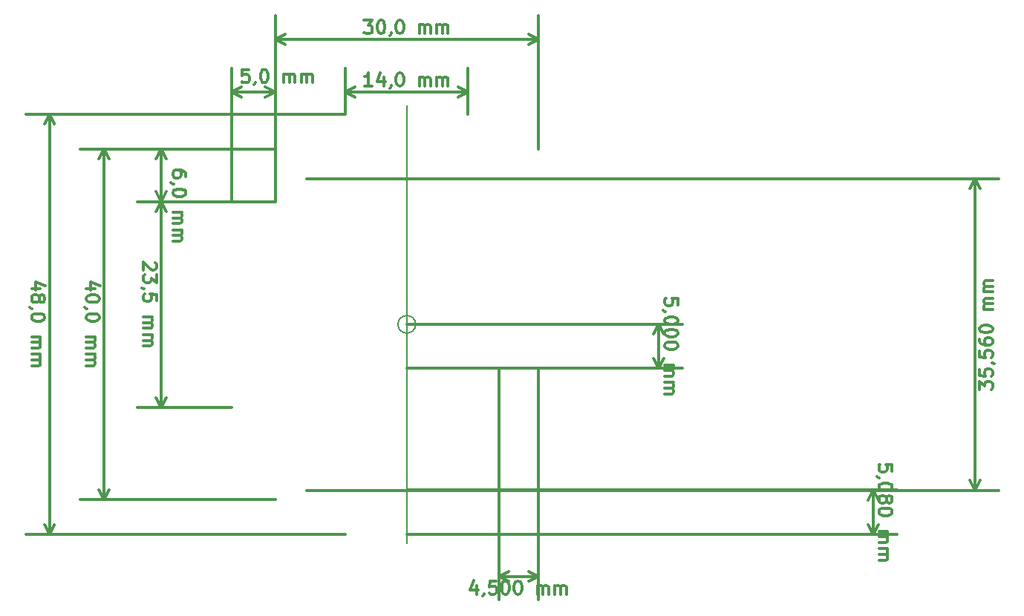
<source format=gbr>
G04 #@! TF.GenerationSoftware,KiCad,Pcbnew,5.0.0-fee4fd1~66~ubuntu16.04.1*
G04 #@! TF.CreationDate,2018-09-24T17:33:27+02:00*
G04 #@! TF.ProjectId,bus-module_atmega324,6275732D6D6F64756C655F61746D6567,B*
G04 #@! TF.SameCoordinates,Original*
G04 #@! TF.FileFunction,Other,Comment*
%FSLAX46Y46*%
G04 Gerber Fmt 4.6, Leading zero omitted, Abs format (unit mm)*
G04 Created by KiCad (PCBNEW 5.0.0-fee4fd1~66~ubuntu16.04.1) date Mon Sep 24 17:33:27 2018*
%MOMM*%
%LPD*%
G01*
G04 APERTURE LIST*
%ADD10C,0.300000*%
%ADD11C,0.200000*%
G04 APERTURE END LIST*
D10*
X155333428Y-116748514D02*
X155333428Y-116034228D01*
X154619142Y-115962800D01*
X154690571Y-116034228D01*
X154762000Y-116177085D01*
X154762000Y-116534228D01*
X154690571Y-116677085D01*
X154619142Y-116748514D01*
X154476285Y-116819942D01*
X154119142Y-116819942D01*
X153976285Y-116748514D01*
X153904857Y-116677085D01*
X153833428Y-116534228D01*
X153833428Y-116177085D01*
X153904857Y-116034228D01*
X153976285Y-115962800D01*
X153904857Y-117534228D02*
X153833428Y-117534228D01*
X153690571Y-117462800D01*
X153619142Y-117391371D01*
X155333428Y-118462800D02*
X155333428Y-118605657D01*
X155262000Y-118748514D01*
X155190571Y-118819942D01*
X155047714Y-118891371D01*
X154762000Y-118962800D01*
X154404857Y-118962800D01*
X154119142Y-118891371D01*
X153976285Y-118819942D01*
X153904857Y-118748514D01*
X153833428Y-118605657D01*
X153833428Y-118462800D01*
X153904857Y-118319942D01*
X153976285Y-118248514D01*
X154119142Y-118177085D01*
X154404857Y-118105657D01*
X154762000Y-118105657D01*
X155047714Y-118177085D01*
X155190571Y-118248514D01*
X155262000Y-118319942D01*
X155333428Y-118462800D01*
X154690571Y-119819942D02*
X154762000Y-119677085D01*
X154833428Y-119605657D01*
X154976285Y-119534228D01*
X155047714Y-119534228D01*
X155190571Y-119605657D01*
X155262000Y-119677085D01*
X155333428Y-119819942D01*
X155333428Y-120105657D01*
X155262000Y-120248514D01*
X155190571Y-120319942D01*
X155047714Y-120391371D01*
X154976285Y-120391371D01*
X154833428Y-120319942D01*
X154762000Y-120248514D01*
X154690571Y-120105657D01*
X154690571Y-119819942D01*
X154619142Y-119677085D01*
X154547714Y-119605657D01*
X154404857Y-119534228D01*
X154119142Y-119534228D01*
X153976285Y-119605657D01*
X153904857Y-119677085D01*
X153833428Y-119819942D01*
X153833428Y-120105657D01*
X153904857Y-120248514D01*
X153976285Y-120319942D01*
X154119142Y-120391371D01*
X154404857Y-120391371D01*
X154547714Y-120319942D01*
X154619142Y-120248514D01*
X154690571Y-120105657D01*
X155333428Y-121319942D02*
X155333428Y-121462800D01*
X155262000Y-121605657D01*
X155190571Y-121677085D01*
X155047714Y-121748514D01*
X154762000Y-121819942D01*
X154404857Y-121819942D01*
X154119142Y-121748514D01*
X153976285Y-121677085D01*
X153904857Y-121605657D01*
X153833428Y-121462800D01*
X153833428Y-121319942D01*
X153904857Y-121177085D01*
X153976285Y-121105657D01*
X154119142Y-121034228D01*
X154404857Y-120962800D01*
X154762000Y-120962800D01*
X155047714Y-121034228D01*
X155190571Y-121105657D01*
X155262000Y-121177085D01*
X155333428Y-121319942D01*
X153833428Y-123605657D02*
X154833428Y-123605657D01*
X154690571Y-123605657D02*
X154762000Y-123677085D01*
X154833428Y-123819942D01*
X154833428Y-124034228D01*
X154762000Y-124177085D01*
X154619142Y-124248514D01*
X153833428Y-124248514D01*
X154619142Y-124248514D02*
X154762000Y-124319942D01*
X154833428Y-124462800D01*
X154833428Y-124677085D01*
X154762000Y-124819942D01*
X154619142Y-124891371D01*
X153833428Y-124891371D01*
X153833428Y-125605657D02*
X154833428Y-125605657D01*
X154690571Y-125605657D02*
X154762000Y-125677085D01*
X154833428Y-125819942D01*
X154833428Y-126034228D01*
X154762000Y-126177085D01*
X154619142Y-126248514D01*
X153833428Y-126248514D01*
X154619142Y-126248514D02*
X154762000Y-126319942D01*
X154833428Y-126462800D01*
X154833428Y-126677085D01*
X154762000Y-126819942D01*
X154619142Y-126891371D01*
X153833428Y-126891371D01*
X153162000Y-118922800D02*
X153162000Y-124002800D01*
X99974400Y-118922800D02*
X155862000Y-118922800D01*
X99974400Y-124002800D02*
X155862000Y-124002800D01*
X153162000Y-124002800D02*
X152575579Y-122876296D01*
X153162000Y-124002800D02*
X153748421Y-122876296D01*
X153162000Y-118922800D02*
X152575579Y-120049304D01*
X153162000Y-118922800D02*
X153748421Y-120049304D01*
X165298571Y-107453214D02*
X165298571Y-106524642D01*
X165870000Y-107024642D01*
X165870000Y-106810357D01*
X165941428Y-106667500D01*
X166012857Y-106596071D01*
X166155714Y-106524642D01*
X166512857Y-106524642D01*
X166655714Y-106596071D01*
X166727142Y-106667500D01*
X166798571Y-106810357D01*
X166798571Y-107238928D01*
X166727142Y-107381785D01*
X166655714Y-107453214D01*
X165298571Y-105167500D02*
X165298571Y-105881785D01*
X166012857Y-105953214D01*
X165941428Y-105881785D01*
X165870000Y-105738928D01*
X165870000Y-105381785D01*
X165941428Y-105238928D01*
X166012857Y-105167500D01*
X166155714Y-105096071D01*
X166512857Y-105096071D01*
X166655714Y-105167500D01*
X166727142Y-105238928D01*
X166798571Y-105381785D01*
X166798571Y-105738928D01*
X166727142Y-105881785D01*
X166655714Y-105953214D01*
X166727142Y-104381785D02*
X166798571Y-104381785D01*
X166941428Y-104453214D01*
X167012857Y-104524642D01*
X165298571Y-103024642D02*
X165298571Y-103738928D01*
X166012857Y-103810357D01*
X165941428Y-103738928D01*
X165870000Y-103596071D01*
X165870000Y-103238928D01*
X165941428Y-103096071D01*
X166012857Y-103024642D01*
X166155714Y-102953214D01*
X166512857Y-102953214D01*
X166655714Y-103024642D01*
X166727142Y-103096071D01*
X166798571Y-103238928D01*
X166798571Y-103596071D01*
X166727142Y-103738928D01*
X166655714Y-103810357D01*
X165298571Y-101667500D02*
X165298571Y-101953214D01*
X165370000Y-102096071D01*
X165441428Y-102167500D01*
X165655714Y-102310357D01*
X165941428Y-102381785D01*
X166512857Y-102381785D01*
X166655714Y-102310357D01*
X166727142Y-102238928D01*
X166798571Y-102096071D01*
X166798571Y-101810357D01*
X166727142Y-101667500D01*
X166655714Y-101596071D01*
X166512857Y-101524642D01*
X166155714Y-101524642D01*
X166012857Y-101596071D01*
X165941428Y-101667500D01*
X165870000Y-101810357D01*
X165870000Y-102096071D01*
X165941428Y-102238928D01*
X166012857Y-102310357D01*
X166155714Y-102381785D01*
X165298571Y-100596071D02*
X165298571Y-100453214D01*
X165370000Y-100310357D01*
X165441428Y-100238928D01*
X165584285Y-100167500D01*
X165870000Y-100096071D01*
X166227142Y-100096071D01*
X166512857Y-100167500D01*
X166655714Y-100238928D01*
X166727142Y-100310357D01*
X166798571Y-100453214D01*
X166798571Y-100596071D01*
X166727142Y-100738928D01*
X166655714Y-100810357D01*
X166512857Y-100881785D01*
X166227142Y-100953214D01*
X165870000Y-100953214D01*
X165584285Y-100881785D01*
X165441428Y-100810357D01*
X165370000Y-100738928D01*
X165298571Y-100596071D01*
X166798571Y-98310357D02*
X165798571Y-98310357D01*
X165941428Y-98310357D02*
X165870000Y-98238928D01*
X165798571Y-98096071D01*
X165798571Y-97881785D01*
X165870000Y-97738928D01*
X166012857Y-97667500D01*
X166798571Y-97667500D01*
X166012857Y-97667500D02*
X165870000Y-97596071D01*
X165798571Y-97453214D01*
X165798571Y-97238928D01*
X165870000Y-97096071D01*
X166012857Y-97024642D01*
X166798571Y-97024642D01*
X166798571Y-96310357D02*
X165798571Y-96310357D01*
X165941428Y-96310357D02*
X165870000Y-96238928D01*
X165798571Y-96096071D01*
X165798571Y-95881785D01*
X165870000Y-95738928D01*
X166012857Y-95667500D01*
X166798571Y-95667500D01*
X166012857Y-95667500D02*
X165870000Y-95596071D01*
X165798571Y-95453214D01*
X165798571Y-95238928D01*
X165870000Y-95096071D01*
X166012857Y-95024642D01*
X166798571Y-95024642D01*
X164770000Y-118947500D02*
X164770000Y-83387500D01*
X88570000Y-118947500D02*
X167470000Y-118947500D01*
X88570000Y-83387500D02*
X167470000Y-83387500D01*
X164770000Y-83387500D02*
X165356421Y-84514004D01*
X164770000Y-83387500D02*
X164183579Y-84514004D01*
X164770000Y-118947500D02*
X165356421Y-117820996D01*
X164770000Y-118947500D02*
X164183579Y-117820996D01*
X107964285Y-129778571D02*
X107964285Y-130778571D01*
X107607142Y-129207142D02*
X107250000Y-130278571D01*
X108178571Y-130278571D01*
X108821428Y-130707142D02*
X108821428Y-130778571D01*
X108750000Y-130921428D01*
X108678571Y-130992857D01*
X110178571Y-129278571D02*
X109464285Y-129278571D01*
X109392857Y-129992857D01*
X109464285Y-129921428D01*
X109607142Y-129850000D01*
X109964285Y-129850000D01*
X110107142Y-129921428D01*
X110178571Y-129992857D01*
X110250000Y-130135714D01*
X110250000Y-130492857D01*
X110178571Y-130635714D01*
X110107142Y-130707142D01*
X109964285Y-130778571D01*
X109607142Y-130778571D01*
X109464285Y-130707142D01*
X109392857Y-130635714D01*
X111178571Y-129278571D02*
X111321428Y-129278571D01*
X111464285Y-129350000D01*
X111535714Y-129421428D01*
X111607142Y-129564285D01*
X111678571Y-129850000D01*
X111678571Y-130207142D01*
X111607142Y-130492857D01*
X111535714Y-130635714D01*
X111464285Y-130707142D01*
X111321428Y-130778571D01*
X111178571Y-130778571D01*
X111035714Y-130707142D01*
X110964285Y-130635714D01*
X110892857Y-130492857D01*
X110821428Y-130207142D01*
X110821428Y-129850000D01*
X110892857Y-129564285D01*
X110964285Y-129421428D01*
X111035714Y-129350000D01*
X111178571Y-129278571D01*
X112607142Y-129278571D02*
X112750000Y-129278571D01*
X112892857Y-129350000D01*
X112964285Y-129421428D01*
X113035714Y-129564285D01*
X113107142Y-129850000D01*
X113107142Y-130207142D01*
X113035714Y-130492857D01*
X112964285Y-130635714D01*
X112892857Y-130707142D01*
X112750000Y-130778571D01*
X112607142Y-130778571D01*
X112464285Y-130707142D01*
X112392857Y-130635714D01*
X112321428Y-130492857D01*
X112250000Y-130207142D01*
X112250000Y-129850000D01*
X112321428Y-129564285D01*
X112392857Y-129421428D01*
X112464285Y-129350000D01*
X112607142Y-129278571D01*
X114892857Y-130778571D02*
X114892857Y-129778571D01*
X114892857Y-129921428D02*
X114964285Y-129850000D01*
X115107142Y-129778571D01*
X115321428Y-129778571D01*
X115464285Y-129850000D01*
X115535714Y-129992857D01*
X115535714Y-130778571D01*
X115535714Y-129992857D02*
X115607142Y-129850000D01*
X115750000Y-129778571D01*
X115964285Y-129778571D01*
X116107142Y-129850000D01*
X116178571Y-129992857D01*
X116178571Y-130778571D01*
X116892857Y-130778571D02*
X116892857Y-129778571D01*
X116892857Y-129921428D02*
X116964285Y-129850000D01*
X117107142Y-129778571D01*
X117321428Y-129778571D01*
X117464285Y-129850000D01*
X117535714Y-129992857D01*
X117535714Y-130778571D01*
X117535714Y-129992857D02*
X117607142Y-129850000D01*
X117750000Y-129778571D01*
X117964285Y-129778571D01*
X118107142Y-129850000D01*
X118178571Y-129992857D01*
X118178571Y-130778571D01*
X110500000Y-128750000D02*
X115000000Y-128750000D01*
X110500000Y-105000000D02*
X110500000Y-131450000D01*
X115000000Y-105000000D02*
X115000000Y-131450000D01*
X115000000Y-128750000D02*
X113873496Y-129336421D01*
X115000000Y-128750000D02*
X113873496Y-128163579D01*
X110500000Y-128750000D02*
X111626504Y-129336421D01*
X110500000Y-128750000D02*
X111626504Y-128163579D01*
X130921428Y-97785714D02*
X130921428Y-97071428D01*
X130207142Y-97000000D01*
X130278571Y-97071428D01*
X130350000Y-97214285D01*
X130350000Y-97571428D01*
X130278571Y-97714285D01*
X130207142Y-97785714D01*
X130064285Y-97857142D01*
X129707142Y-97857142D01*
X129564285Y-97785714D01*
X129492857Y-97714285D01*
X129421428Y-97571428D01*
X129421428Y-97214285D01*
X129492857Y-97071428D01*
X129564285Y-97000000D01*
X129492857Y-98571428D02*
X129421428Y-98571428D01*
X129278571Y-98500000D01*
X129207142Y-98428571D01*
X130921428Y-99500000D02*
X130921428Y-99642857D01*
X130850000Y-99785714D01*
X130778571Y-99857142D01*
X130635714Y-99928571D01*
X130350000Y-100000000D01*
X129992857Y-100000000D01*
X129707142Y-99928571D01*
X129564285Y-99857142D01*
X129492857Y-99785714D01*
X129421428Y-99642857D01*
X129421428Y-99500000D01*
X129492857Y-99357142D01*
X129564285Y-99285714D01*
X129707142Y-99214285D01*
X129992857Y-99142857D01*
X130350000Y-99142857D01*
X130635714Y-99214285D01*
X130778571Y-99285714D01*
X130850000Y-99357142D01*
X130921428Y-99500000D01*
X130921428Y-100928571D02*
X130921428Y-101071428D01*
X130850000Y-101214285D01*
X130778571Y-101285714D01*
X130635714Y-101357142D01*
X130350000Y-101428571D01*
X129992857Y-101428571D01*
X129707142Y-101357142D01*
X129564285Y-101285714D01*
X129492857Y-101214285D01*
X129421428Y-101071428D01*
X129421428Y-100928571D01*
X129492857Y-100785714D01*
X129564285Y-100714285D01*
X129707142Y-100642857D01*
X129992857Y-100571428D01*
X130350000Y-100571428D01*
X130635714Y-100642857D01*
X130778571Y-100714285D01*
X130850000Y-100785714D01*
X130921428Y-100928571D01*
X130921428Y-102357142D02*
X130921428Y-102500000D01*
X130850000Y-102642857D01*
X130778571Y-102714285D01*
X130635714Y-102785714D01*
X130350000Y-102857142D01*
X129992857Y-102857142D01*
X129707142Y-102785714D01*
X129564285Y-102714285D01*
X129492857Y-102642857D01*
X129421428Y-102500000D01*
X129421428Y-102357142D01*
X129492857Y-102214285D01*
X129564285Y-102142857D01*
X129707142Y-102071428D01*
X129992857Y-102000000D01*
X130350000Y-102000000D01*
X130635714Y-102071428D01*
X130778571Y-102142857D01*
X130850000Y-102214285D01*
X130921428Y-102357142D01*
X129421428Y-104642857D02*
X130421428Y-104642857D01*
X130278571Y-104642857D02*
X130350000Y-104714285D01*
X130421428Y-104857142D01*
X130421428Y-105071428D01*
X130350000Y-105214285D01*
X130207142Y-105285714D01*
X129421428Y-105285714D01*
X130207142Y-105285714D02*
X130350000Y-105357142D01*
X130421428Y-105500000D01*
X130421428Y-105714285D01*
X130350000Y-105857142D01*
X130207142Y-105928571D01*
X129421428Y-105928571D01*
X129421428Y-106642857D02*
X130421428Y-106642857D01*
X130278571Y-106642857D02*
X130350000Y-106714285D01*
X130421428Y-106857142D01*
X130421428Y-107071428D01*
X130350000Y-107214285D01*
X130207142Y-107285714D01*
X129421428Y-107285714D01*
X130207142Y-107285714D02*
X130350000Y-107357142D01*
X130421428Y-107500000D01*
X130421428Y-107714285D01*
X130350000Y-107857142D01*
X130207142Y-107928571D01*
X129421428Y-107928571D01*
X128750000Y-100000000D02*
X128750000Y-105000000D01*
X100000000Y-100000000D02*
X131450000Y-100000000D01*
X100000000Y-105000000D02*
X131450000Y-105000000D01*
X128750000Y-105000000D02*
X128163579Y-103873496D01*
X128750000Y-105000000D02*
X129336421Y-103873496D01*
X128750000Y-100000000D02*
X128163579Y-101126504D01*
X128750000Y-100000000D02*
X129336421Y-101126504D01*
D11*
X100000000Y-75000000D02*
X100000000Y-125000000D01*
D10*
X58221428Y-95928571D02*
X57221428Y-95928571D01*
X58792857Y-95571428D02*
X57721428Y-95214285D01*
X57721428Y-96142857D01*
X58078571Y-96928571D02*
X58150000Y-96785714D01*
X58221428Y-96714285D01*
X58364285Y-96642857D01*
X58435714Y-96642857D01*
X58578571Y-96714285D01*
X58650000Y-96785714D01*
X58721428Y-96928571D01*
X58721428Y-97214285D01*
X58650000Y-97357142D01*
X58578571Y-97428571D01*
X58435714Y-97500000D01*
X58364285Y-97500000D01*
X58221428Y-97428571D01*
X58150000Y-97357142D01*
X58078571Y-97214285D01*
X58078571Y-96928571D01*
X58007142Y-96785714D01*
X57935714Y-96714285D01*
X57792857Y-96642857D01*
X57507142Y-96642857D01*
X57364285Y-96714285D01*
X57292857Y-96785714D01*
X57221428Y-96928571D01*
X57221428Y-97214285D01*
X57292857Y-97357142D01*
X57364285Y-97428571D01*
X57507142Y-97500000D01*
X57792857Y-97500000D01*
X57935714Y-97428571D01*
X58007142Y-97357142D01*
X58078571Y-97214285D01*
X57292857Y-98214285D02*
X57221428Y-98214285D01*
X57078571Y-98142857D01*
X57007142Y-98071428D01*
X58721428Y-99142857D02*
X58721428Y-99285714D01*
X58650000Y-99428571D01*
X58578571Y-99500000D01*
X58435714Y-99571428D01*
X58150000Y-99642857D01*
X57792857Y-99642857D01*
X57507142Y-99571428D01*
X57364285Y-99500000D01*
X57292857Y-99428571D01*
X57221428Y-99285714D01*
X57221428Y-99142857D01*
X57292857Y-99000000D01*
X57364285Y-98928571D01*
X57507142Y-98857142D01*
X57792857Y-98785714D01*
X58150000Y-98785714D01*
X58435714Y-98857142D01*
X58578571Y-98928571D01*
X58650000Y-99000000D01*
X58721428Y-99142857D01*
X57221428Y-101428571D02*
X58221428Y-101428571D01*
X58078571Y-101428571D02*
X58150000Y-101500000D01*
X58221428Y-101642857D01*
X58221428Y-101857142D01*
X58150000Y-102000000D01*
X58007142Y-102071428D01*
X57221428Y-102071428D01*
X58007142Y-102071428D02*
X58150000Y-102142857D01*
X58221428Y-102285714D01*
X58221428Y-102500000D01*
X58150000Y-102642857D01*
X58007142Y-102714285D01*
X57221428Y-102714285D01*
X57221428Y-103428571D02*
X58221428Y-103428571D01*
X58078571Y-103428571D02*
X58150000Y-103500000D01*
X58221428Y-103642857D01*
X58221428Y-103857142D01*
X58150000Y-104000000D01*
X58007142Y-104071428D01*
X57221428Y-104071428D01*
X58007142Y-104071428D02*
X58150000Y-104142857D01*
X58221428Y-104285714D01*
X58221428Y-104500000D01*
X58150000Y-104642857D01*
X58007142Y-104714285D01*
X57221428Y-104714285D01*
X59250000Y-76000000D02*
X59250000Y-124000000D01*
X93000000Y-76000000D02*
X56550000Y-76000000D01*
X93000000Y-124000000D02*
X56550000Y-124000000D01*
X59250000Y-124000000D02*
X58663579Y-122873496D01*
X59250000Y-124000000D02*
X59836421Y-122873496D01*
X59250000Y-76000000D02*
X58663579Y-77126504D01*
X59250000Y-76000000D02*
X59836421Y-77126504D01*
X64471428Y-95928571D02*
X63471428Y-95928571D01*
X65042857Y-95571428D02*
X63971428Y-95214285D01*
X63971428Y-96142857D01*
X64971428Y-97000000D02*
X64971428Y-97142857D01*
X64900000Y-97285714D01*
X64828571Y-97357142D01*
X64685714Y-97428571D01*
X64400000Y-97500000D01*
X64042857Y-97500000D01*
X63757142Y-97428571D01*
X63614285Y-97357142D01*
X63542857Y-97285714D01*
X63471428Y-97142857D01*
X63471428Y-97000000D01*
X63542857Y-96857142D01*
X63614285Y-96785714D01*
X63757142Y-96714285D01*
X64042857Y-96642857D01*
X64400000Y-96642857D01*
X64685714Y-96714285D01*
X64828571Y-96785714D01*
X64900000Y-96857142D01*
X64971428Y-97000000D01*
X63542857Y-98214285D02*
X63471428Y-98214285D01*
X63328571Y-98142857D01*
X63257142Y-98071428D01*
X64971428Y-99142857D02*
X64971428Y-99285714D01*
X64900000Y-99428571D01*
X64828571Y-99500000D01*
X64685714Y-99571428D01*
X64400000Y-99642857D01*
X64042857Y-99642857D01*
X63757142Y-99571428D01*
X63614285Y-99500000D01*
X63542857Y-99428571D01*
X63471428Y-99285714D01*
X63471428Y-99142857D01*
X63542857Y-99000000D01*
X63614285Y-98928571D01*
X63757142Y-98857142D01*
X64042857Y-98785714D01*
X64400000Y-98785714D01*
X64685714Y-98857142D01*
X64828571Y-98928571D01*
X64900000Y-99000000D01*
X64971428Y-99142857D01*
X63471428Y-101428571D02*
X64471428Y-101428571D01*
X64328571Y-101428571D02*
X64400000Y-101500000D01*
X64471428Y-101642857D01*
X64471428Y-101857142D01*
X64400000Y-102000000D01*
X64257142Y-102071428D01*
X63471428Y-102071428D01*
X64257142Y-102071428D02*
X64400000Y-102142857D01*
X64471428Y-102285714D01*
X64471428Y-102500000D01*
X64400000Y-102642857D01*
X64257142Y-102714285D01*
X63471428Y-102714285D01*
X63471428Y-103428571D02*
X64471428Y-103428571D01*
X64328571Y-103428571D02*
X64400000Y-103500000D01*
X64471428Y-103642857D01*
X64471428Y-103857142D01*
X64400000Y-104000000D01*
X64257142Y-104071428D01*
X63471428Y-104071428D01*
X64257142Y-104071428D02*
X64400000Y-104142857D01*
X64471428Y-104285714D01*
X64471428Y-104500000D01*
X64400000Y-104642857D01*
X64257142Y-104714285D01*
X63471428Y-104714285D01*
X65500000Y-80000000D02*
X65500000Y-120000000D01*
X85000000Y-80000000D02*
X62800000Y-80000000D01*
X85000000Y-120000000D02*
X62800000Y-120000000D01*
X65500000Y-120000000D02*
X64913579Y-118873496D01*
X65500000Y-120000000D02*
X66086421Y-118873496D01*
X65500000Y-80000000D02*
X64913579Y-81126504D01*
X65500000Y-80000000D02*
X66086421Y-81126504D01*
X71328571Y-92964285D02*
X71400000Y-93035714D01*
X71471428Y-93178571D01*
X71471428Y-93535714D01*
X71400000Y-93678571D01*
X71328571Y-93750000D01*
X71185714Y-93821428D01*
X71042857Y-93821428D01*
X70828571Y-93750000D01*
X69971428Y-92892857D01*
X69971428Y-93821428D01*
X71471428Y-94321428D02*
X71471428Y-95250000D01*
X70900000Y-94750000D01*
X70900000Y-94964285D01*
X70828571Y-95107142D01*
X70757142Y-95178571D01*
X70614285Y-95250000D01*
X70257142Y-95250000D01*
X70114285Y-95178571D01*
X70042857Y-95107142D01*
X69971428Y-94964285D01*
X69971428Y-94535714D01*
X70042857Y-94392857D01*
X70114285Y-94321428D01*
X70042857Y-95964285D02*
X69971428Y-95964285D01*
X69828571Y-95892857D01*
X69757142Y-95821428D01*
X71471428Y-97321428D02*
X71471428Y-96607142D01*
X70757142Y-96535714D01*
X70828571Y-96607142D01*
X70900000Y-96750000D01*
X70900000Y-97107142D01*
X70828571Y-97250000D01*
X70757142Y-97321428D01*
X70614285Y-97392857D01*
X70257142Y-97392857D01*
X70114285Y-97321428D01*
X70042857Y-97250000D01*
X69971428Y-97107142D01*
X69971428Y-96750000D01*
X70042857Y-96607142D01*
X70114285Y-96535714D01*
X69971428Y-99178571D02*
X70971428Y-99178571D01*
X70828571Y-99178571D02*
X70900000Y-99250000D01*
X70971428Y-99392857D01*
X70971428Y-99607142D01*
X70900000Y-99750000D01*
X70757142Y-99821428D01*
X69971428Y-99821428D01*
X70757142Y-99821428D02*
X70900000Y-99892857D01*
X70971428Y-100035714D01*
X70971428Y-100250000D01*
X70900000Y-100392857D01*
X70757142Y-100464285D01*
X69971428Y-100464285D01*
X69971428Y-101178571D02*
X70971428Y-101178571D01*
X70828571Y-101178571D02*
X70900000Y-101250000D01*
X70971428Y-101392857D01*
X70971428Y-101607142D01*
X70900000Y-101750000D01*
X70757142Y-101821428D01*
X69971428Y-101821428D01*
X70757142Y-101821428D02*
X70900000Y-101892857D01*
X70971428Y-102035714D01*
X70971428Y-102250000D01*
X70900000Y-102392857D01*
X70757142Y-102464285D01*
X69971428Y-102464285D01*
X72000000Y-86000000D02*
X72000000Y-109500000D01*
X80000000Y-86000000D02*
X69300000Y-86000000D01*
X80000000Y-109500000D02*
X69300000Y-109500000D01*
X72000000Y-109500000D02*
X71413579Y-108373496D01*
X72000000Y-109500000D02*
X72586421Y-108373496D01*
X72000000Y-86000000D02*
X71413579Y-87126504D01*
X72000000Y-86000000D02*
X72586421Y-87126504D01*
X74821428Y-83142857D02*
X74821428Y-82857142D01*
X74750000Y-82714285D01*
X74678571Y-82642857D01*
X74464285Y-82500000D01*
X74178571Y-82428571D01*
X73607142Y-82428571D01*
X73464285Y-82500000D01*
X73392857Y-82571428D01*
X73321428Y-82714285D01*
X73321428Y-83000000D01*
X73392857Y-83142857D01*
X73464285Y-83214285D01*
X73607142Y-83285714D01*
X73964285Y-83285714D01*
X74107142Y-83214285D01*
X74178571Y-83142857D01*
X74250000Y-83000000D01*
X74250000Y-82714285D01*
X74178571Y-82571428D01*
X74107142Y-82500000D01*
X73964285Y-82428571D01*
X73392857Y-84000000D02*
X73321428Y-84000000D01*
X73178571Y-83928571D01*
X73107142Y-83857142D01*
X74821428Y-84928571D02*
X74821428Y-85071428D01*
X74750000Y-85214285D01*
X74678571Y-85285714D01*
X74535714Y-85357142D01*
X74250000Y-85428571D01*
X73892857Y-85428571D01*
X73607142Y-85357142D01*
X73464285Y-85285714D01*
X73392857Y-85214285D01*
X73321428Y-85071428D01*
X73321428Y-84928571D01*
X73392857Y-84785714D01*
X73464285Y-84714285D01*
X73607142Y-84642857D01*
X73892857Y-84571428D01*
X74250000Y-84571428D01*
X74535714Y-84642857D01*
X74678571Y-84714285D01*
X74750000Y-84785714D01*
X74821428Y-84928571D01*
X73321428Y-87214285D02*
X74321428Y-87214285D01*
X74178571Y-87214285D02*
X74250000Y-87285714D01*
X74321428Y-87428571D01*
X74321428Y-87642857D01*
X74250000Y-87785714D01*
X74107142Y-87857142D01*
X73321428Y-87857142D01*
X74107142Y-87857142D02*
X74250000Y-87928571D01*
X74321428Y-88071428D01*
X74321428Y-88285714D01*
X74250000Y-88428571D01*
X74107142Y-88500000D01*
X73321428Y-88500000D01*
X73321428Y-89214285D02*
X74321428Y-89214285D01*
X74178571Y-89214285D02*
X74250000Y-89285714D01*
X74321428Y-89428571D01*
X74321428Y-89642857D01*
X74250000Y-89785714D01*
X74107142Y-89857142D01*
X73321428Y-89857142D01*
X74107142Y-89857142D02*
X74250000Y-89928571D01*
X74321428Y-90071428D01*
X74321428Y-90285714D01*
X74250000Y-90428571D01*
X74107142Y-90500000D01*
X73321428Y-90500000D01*
X72000000Y-80000000D02*
X72000000Y-86000000D01*
X85000000Y-80000000D02*
X69300000Y-80000000D01*
X85000000Y-86000000D02*
X69300000Y-86000000D01*
X72000000Y-86000000D02*
X71413579Y-84873496D01*
X72000000Y-86000000D02*
X72586421Y-84873496D01*
X72000000Y-80000000D02*
X71413579Y-81126504D01*
X72000000Y-80000000D02*
X72586421Y-81126504D01*
X95142857Y-65328571D02*
X96071428Y-65328571D01*
X95571428Y-65900000D01*
X95785714Y-65900000D01*
X95928571Y-65971428D01*
X96000000Y-66042857D01*
X96071428Y-66185714D01*
X96071428Y-66542857D01*
X96000000Y-66685714D01*
X95928571Y-66757142D01*
X95785714Y-66828571D01*
X95357142Y-66828571D01*
X95214285Y-66757142D01*
X95142857Y-66685714D01*
X97000000Y-65328571D02*
X97142857Y-65328571D01*
X97285714Y-65400000D01*
X97357142Y-65471428D01*
X97428571Y-65614285D01*
X97500000Y-65900000D01*
X97500000Y-66257142D01*
X97428571Y-66542857D01*
X97357142Y-66685714D01*
X97285714Y-66757142D01*
X97142857Y-66828571D01*
X97000000Y-66828571D01*
X96857142Y-66757142D01*
X96785714Y-66685714D01*
X96714285Y-66542857D01*
X96642857Y-66257142D01*
X96642857Y-65900000D01*
X96714285Y-65614285D01*
X96785714Y-65471428D01*
X96857142Y-65400000D01*
X97000000Y-65328571D01*
X98214285Y-66757142D02*
X98214285Y-66828571D01*
X98142857Y-66971428D01*
X98071428Y-67042857D01*
X99142857Y-65328571D02*
X99285714Y-65328571D01*
X99428571Y-65400000D01*
X99500000Y-65471428D01*
X99571428Y-65614285D01*
X99642857Y-65900000D01*
X99642857Y-66257142D01*
X99571428Y-66542857D01*
X99500000Y-66685714D01*
X99428571Y-66757142D01*
X99285714Y-66828571D01*
X99142857Y-66828571D01*
X99000000Y-66757142D01*
X98928571Y-66685714D01*
X98857142Y-66542857D01*
X98785714Y-66257142D01*
X98785714Y-65900000D01*
X98857142Y-65614285D01*
X98928571Y-65471428D01*
X99000000Y-65400000D01*
X99142857Y-65328571D01*
X101428571Y-66828571D02*
X101428571Y-65828571D01*
X101428571Y-65971428D02*
X101500000Y-65900000D01*
X101642857Y-65828571D01*
X101857142Y-65828571D01*
X102000000Y-65900000D01*
X102071428Y-66042857D01*
X102071428Y-66828571D01*
X102071428Y-66042857D02*
X102142857Y-65900000D01*
X102285714Y-65828571D01*
X102500000Y-65828571D01*
X102642857Y-65900000D01*
X102714285Y-66042857D01*
X102714285Y-66828571D01*
X103428571Y-66828571D02*
X103428571Y-65828571D01*
X103428571Y-65971428D02*
X103500000Y-65900000D01*
X103642857Y-65828571D01*
X103857142Y-65828571D01*
X104000000Y-65900000D01*
X104071428Y-66042857D01*
X104071428Y-66828571D01*
X104071428Y-66042857D02*
X104142857Y-65900000D01*
X104285714Y-65828571D01*
X104500000Y-65828571D01*
X104642857Y-65900000D01*
X104714285Y-66042857D01*
X104714285Y-66828571D01*
X85000000Y-67500000D02*
X115000000Y-67500000D01*
X85000000Y-80000000D02*
X85000000Y-64800000D01*
X115000000Y-80000000D02*
X115000000Y-64800000D01*
X115000000Y-67500000D02*
X113873496Y-68086421D01*
X115000000Y-67500000D02*
X113873496Y-66913579D01*
X85000000Y-67500000D02*
X86126504Y-68086421D01*
X85000000Y-67500000D02*
X86126504Y-66913579D01*
X81964285Y-70928571D02*
X81250000Y-70928571D01*
X81178571Y-71642857D01*
X81250000Y-71571428D01*
X81392857Y-71500000D01*
X81750000Y-71500000D01*
X81892857Y-71571428D01*
X81964285Y-71642857D01*
X82035714Y-71785714D01*
X82035714Y-72142857D01*
X81964285Y-72285714D01*
X81892857Y-72357142D01*
X81750000Y-72428571D01*
X81392857Y-72428571D01*
X81250000Y-72357142D01*
X81178571Y-72285714D01*
X82750000Y-72357142D02*
X82750000Y-72428571D01*
X82678571Y-72571428D01*
X82607142Y-72642857D01*
X83678571Y-70928571D02*
X83821428Y-70928571D01*
X83964285Y-71000000D01*
X84035714Y-71071428D01*
X84107142Y-71214285D01*
X84178571Y-71500000D01*
X84178571Y-71857142D01*
X84107142Y-72142857D01*
X84035714Y-72285714D01*
X83964285Y-72357142D01*
X83821428Y-72428571D01*
X83678571Y-72428571D01*
X83535714Y-72357142D01*
X83464285Y-72285714D01*
X83392857Y-72142857D01*
X83321428Y-71857142D01*
X83321428Y-71500000D01*
X83392857Y-71214285D01*
X83464285Y-71071428D01*
X83535714Y-71000000D01*
X83678571Y-70928571D01*
X85964285Y-72428571D02*
X85964285Y-71428571D01*
X85964285Y-71571428D02*
X86035714Y-71500000D01*
X86178571Y-71428571D01*
X86392857Y-71428571D01*
X86535714Y-71500000D01*
X86607142Y-71642857D01*
X86607142Y-72428571D01*
X86607142Y-71642857D02*
X86678571Y-71500000D01*
X86821428Y-71428571D01*
X87035714Y-71428571D01*
X87178571Y-71500000D01*
X87250000Y-71642857D01*
X87250000Y-72428571D01*
X87964285Y-72428571D02*
X87964285Y-71428571D01*
X87964285Y-71571428D02*
X88035714Y-71500000D01*
X88178571Y-71428571D01*
X88392857Y-71428571D01*
X88535714Y-71500000D01*
X88607142Y-71642857D01*
X88607142Y-72428571D01*
X88607142Y-71642857D02*
X88678571Y-71500000D01*
X88821428Y-71428571D01*
X89035714Y-71428571D01*
X89178571Y-71500000D01*
X89250000Y-71642857D01*
X89250000Y-72428571D01*
X85000000Y-73500000D02*
X80000000Y-73500000D01*
X85000000Y-86000000D02*
X85000000Y-70800000D01*
X80000000Y-86000000D02*
X80000000Y-70800000D01*
X80000000Y-73500000D02*
X81126504Y-72913579D01*
X80000000Y-73500000D02*
X81126504Y-74086421D01*
X85000000Y-73500000D02*
X83873496Y-72913579D01*
X85000000Y-73500000D02*
X83873496Y-74086421D01*
X96071428Y-72828571D02*
X95214285Y-72828571D01*
X95642857Y-72828571D02*
X95642857Y-71328571D01*
X95500000Y-71542857D01*
X95357142Y-71685714D01*
X95214285Y-71757142D01*
X97357142Y-71828571D02*
X97357142Y-72828571D01*
X97000000Y-71257142D02*
X96642857Y-72328571D01*
X97571428Y-72328571D01*
X98214285Y-72757142D02*
X98214285Y-72828571D01*
X98142857Y-72971428D01*
X98071428Y-73042857D01*
X99142857Y-71328571D02*
X99285714Y-71328571D01*
X99428571Y-71400000D01*
X99500000Y-71471428D01*
X99571428Y-71614285D01*
X99642857Y-71900000D01*
X99642857Y-72257142D01*
X99571428Y-72542857D01*
X99500000Y-72685714D01*
X99428571Y-72757142D01*
X99285714Y-72828571D01*
X99142857Y-72828571D01*
X99000000Y-72757142D01*
X98928571Y-72685714D01*
X98857142Y-72542857D01*
X98785714Y-72257142D01*
X98785714Y-71900000D01*
X98857142Y-71614285D01*
X98928571Y-71471428D01*
X99000000Y-71400000D01*
X99142857Y-71328571D01*
X101428571Y-72828571D02*
X101428571Y-71828571D01*
X101428571Y-71971428D02*
X101500000Y-71900000D01*
X101642857Y-71828571D01*
X101857142Y-71828571D01*
X102000000Y-71900000D01*
X102071428Y-72042857D01*
X102071428Y-72828571D01*
X102071428Y-72042857D02*
X102142857Y-71900000D01*
X102285714Y-71828571D01*
X102500000Y-71828571D01*
X102642857Y-71900000D01*
X102714285Y-72042857D01*
X102714285Y-72828571D01*
X103428571Y-72828571D02*
X103428571Y-71828571D01*
X103428571Y-71971428D02*
X103500000Y-71900000D01*
X103642857Y-71828571D01*
X103857142Y-71828571D01*
X104000000Y-71900000D01*
X104071428Y-72042857D01*
X104071428Y-72828571D01*
X104071428Y-72042857D02*
X104142857Y-71900000D01*
X104285714Y-71828571D01*
X104500000Y-71828571D01*
X104642857Y-71900000D01*
X104714285Y-72042857D01*
X104714285Y-72828571D01*
X93000000Y-73500000D02*
X107000000Y-73500000D01*
X93000000Y-76000000D02*
X93000000Y-70800000D01*
X107000000Y-76000000D02*
X107000000Y-70800000D01*
X107000000Y-73500000D02*
X105873496Y-74086421D01*
X107000000Y-73500000D02*
X105873496Y-72913579D01*
X93000000Y-73500000D02*
X94126504Y-74086421D01*
X93000000Y-73500000D02*
X94126504Y-72913579D01*
D11*
X101000000Y-100000000D02*
G75*
G03X101000000Y-100000000I-1000000J0D01*
G01*
M02*

</source>
